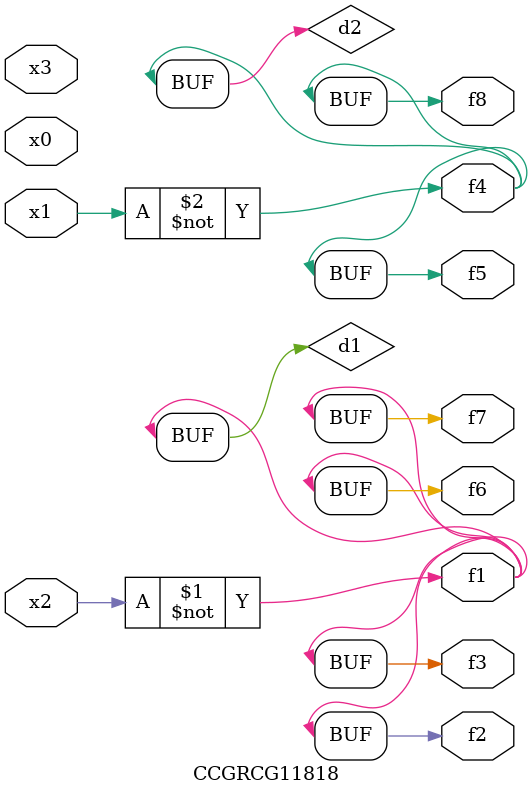
<source format=v>
module CCGRCG11818(
	input x0, x1, x2, x3,
	output f1, f2, f3, f4, f5, f6, f7, f8
);

	wire d1, d2;

	xnor (d1, x2);
	not (d2, x1);
	assign f1 = d1;
	assign f2 = d1;
	assign f3 = d1;
	assign f4 = d2;
	assign f5 = d2;
	assign f6 = d1;
	assign f7 = d1;
	assign f8 = d2;
endmodule

</source>
